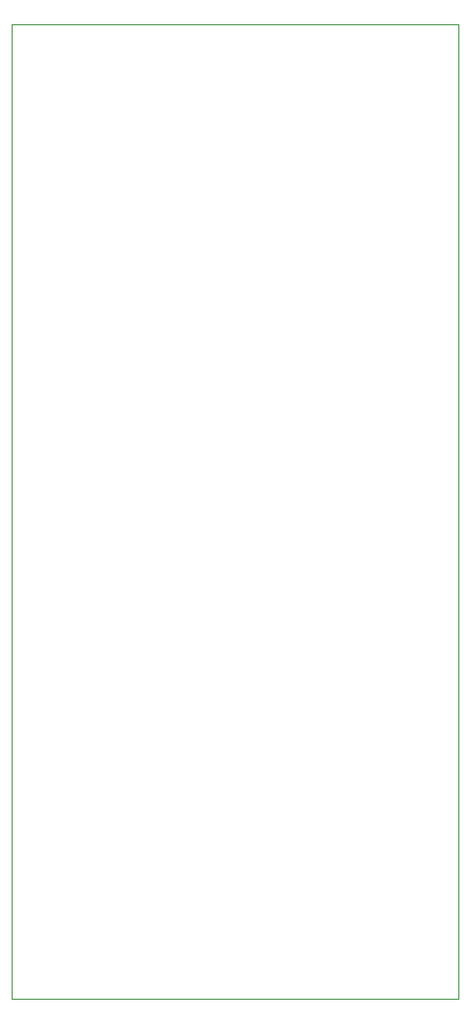
<source format=gbr>
G04 #@! TF.GenerationSoftware,KiCad,Pcbnew,5.0.2+dfsg1-1*
G04 #@! TF.CreationDate,2020-04-26T20:48:58+02:00*
G04 #@! TF.ProjectId,midirouter,6d696469-726f-4757-9465-722e6b696361,rev?*
G04 #@! TF.SameCoordinates,Original*
G04 #@! TF.FileFunction,Profile,NP*
%FSLAX46Y46*%
G04 Gerber Fmt 4.6, Leading zero omitted, Abs format (unit mm)*
G04 Created by KiCad (PCBNEW 5.0.2+dfsg1-1) date Sun 26 Apr 2020 08:48:58 PM CEST*
%MOMM*%
%LPD*%
G01*
G04 APERTURE LIST*
%ADD10C,0.100000*%
G04 APERTURE END LIST*
D10*
X75500000Y-151500000D02*
X76000000Y-151500000D01*
X76000000Y-66500000D02*
X75500000Y-66500000D01*
X76000000Y-151500000D02*
X76000000Y-151500000D01*
X76000000Y-66500000D02*
X76000000Y-66500000D01*
X113000000Y-151500000D02*
X114500000Y-151500000D01*
X113000000Y-66500000D02*
X114500000Y-66500000D01*
X76000000Y-151500000D02*
X113000000Y-151500000D01*
X75500000Y-66500000D02*
X75500000Y-151500000D01*
X113000000Y-66500000D02*
X76000000Y-66500000D01*
X114500000Y-151500000D02*
X114500000Y-66500000D01*
M02*

</source>
